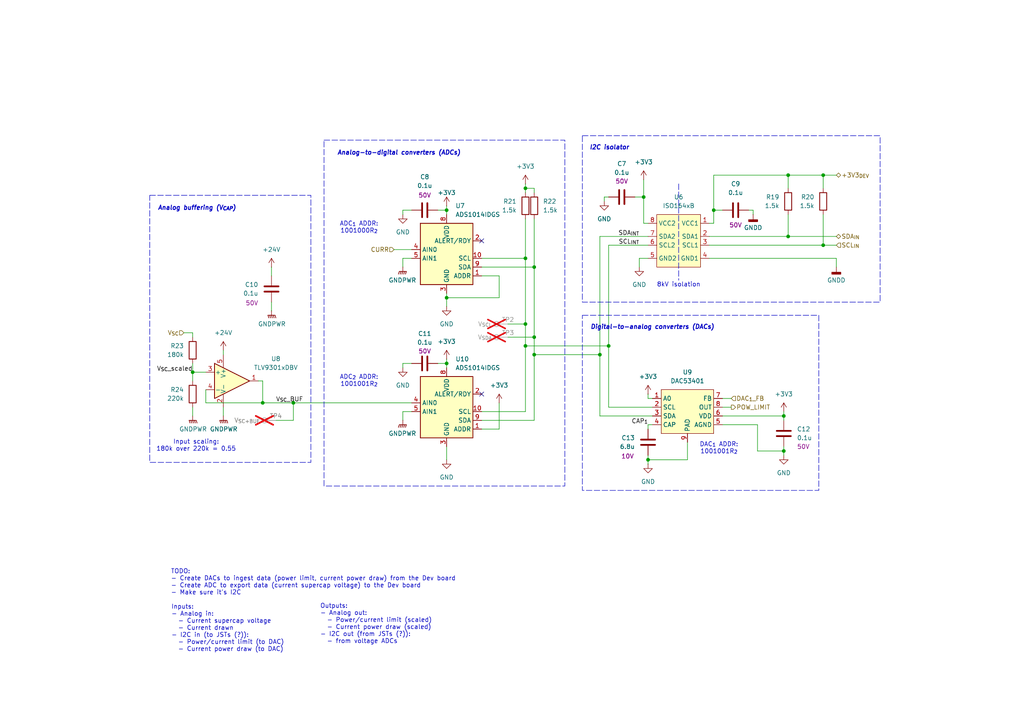
<source format=kicad_sch>
(kicad_sch (version 20250114) (generator "eeschema") (generator_version "9.0")
  (paper "A4")
  (title_block (title "Dev Board Interface") (date "2025-05-24") (rev "1") (company "UT Robomaster") (comment 1 "Robomaster"))
  (lib_symbols
    (symbol "! Robomaster ICs:DACx3401"
      (property "Reference" "U" (at 0 6.858 0))
      (property "Value" "DACx3401" (at 0 4.826 0))
      (symbol "DACx3401_1_1"
        (rectangle (start -7.62 0) (end 7.62 -12.7) (fill (type background)))
        (pin input line (at -10.16 -2.54 0) (length 2.54) (name "A0") (number "1"))
        (pin input line (at -10.16 -5.08 0) (length 2.54) (name "SCL") (number "2"))
        (pin bidirectional line (at -10.16 -7.62 0) (length 2.54) (name "SDA") (number "3"))
        (pin passive line (at -10.16 -10.16 0) (length 2.54) (name "CAP") (number "4"))
        (pin passive line (at 0 -15.24 90) (length 2.54) (name "PAD") (number "9"))
        (pin input line (at 10.16 -2.54 180) (length 2.54) (name "FB") (number "7"))
        (pin output line (at 10.16 -5.08 180) (length 2.54) (name "OUT") (number "8"))
        (pin power_in line (at 10.16 -7.62 180) (length 2.54) (name "VDD") (number "6"))
        (pin power_in line (at 10.16 -10.16 180) (length 2.54) (name "AGND") (number "5"))
      )
    )
    (symbol "! Robomaster ICs:ISO164xB"
      (property "Reference" "U" (at 0 7.366 0))
      (property "Value" "ISO164xB" (at 0 4.826 0))
      (symbol "ISO164xB_1_1"
        (rectangle (start -6.35 2.54) (end 6.35 -12.7) (fill (type background)))
        (pin power_in line (at -8.89 0 0) (length 2.54) (name "VCC1") (number "1"))
        (pin bidirectional line (at -8.89 -3.81 0) (length 2.54) (name "SDA1") (number "2"))
        (pin input line (at -8.89 -6.35 0) (length 2.54) (name "SCL1") (number "3"))
        (pin power_in line (at -8.89 -10.16 0) (length 2.54) (name "GND1") (number "4"))
        (pin power_in line (at 8.89 0 180) (length 2.54) (name "VCC2") (number "8"))
        (pin bidirectional line (at 8.89 -3.81 180) (length 2.54) (name "SDA2") (number "7"))
        (pin output line (at 8.89 -6.35 180) (length 2.54) (name "SCL2") (number "6"))
        (pin power_in line (at 8.89 -10.16 180) (length 2.54) (name "GND2") (number "5"))
      )
    )
    (symbol "Amplifier_Operational:TLV9301xDBV" (pin_names (offset 0.127))
      (property "Reference" "U" (at -1.27 6.35 0))
      (property "Value" "TLV9301xDBV" (at -1.27 3.81 0))
      (symbol "TLV9301xDBV_0_1"
        (polyline (pts (xy -5.08 5.08) (xy 5.08 0) (xy -5.08 -5.08) (xy -5.08 5.08)) (stroke (width 0.254)) (fill (type background)))
        (pin power_in line (at -2.54 7.62 270) (length 3.81) (name "V+") (number "5"))
        (pin power_in line (at -2.54 -7.62 90) (length 3.81) (name "V-") (number "2"))
      )
      (symbol "TLV9301xDBV_1_1"
        (pin input line (at -7.62 2.54 0) (length 2.54) (name "+") (number "3"))
        (pin input line (at -7.62 -2.54 0) (length 2.54) (name "-") (number "4"))
        (pin output line (at 7.62 0 180) (length 2.54) (name "~") (number "1"))
      )
    )
    (symbol "Analog_ADC:ADS1014IDGS"
      (property "Reference" "U" (at 2.54 13.97 0))
      (property "Value" "ADS1014IDGS" (at 7.62 11.43 0))
      (symbol "ADS1014IDGS_0_1"
        (rectangle (start -7.62 10.16) (end 7.62 -7.62) (stroke (width 0.254)) (fill (type background)))
      )
      (symbol "ADS1014IDGS_1_1"
        (pin input line (at -10.16 2.54 0) (length 2.54) (name "AIN0") (number "4"))
        (pin input line (at -10.16 0 0) (length 2.54) (name "AIN1") (number "5"))
        (pin no_connect line (at -7.62 7.62 0) (length 2.54) (hide yes) (name "~") (number "6"))
        (pin no_connect line (at -7.62 5.08 0) (length 2.54) (hide yes) (name "~") (number "7"))
        (pin power_in line (at 0 12.7 270) (length 2.54) (name "VDD") (number "8"))
        (pin power_in line (at 0 -10.16 90) (length 2.54) (name "GND") (number "3"))
        (pin output line (at 10.16 5.08 180) (length 2.54) (name "ALERT/RDY") (number "2"))
        (pin input line (at 10.16 0 180) (length 2.54) (name "SCL") (number "10"))
        (pin bidirectional line (at 10.16 -2.54 180) (length 2.54) (name "SDA") (number "9"))
        (pin input line (at 10.16 -5.08 180) (length 2.54) (name "ADDR") (number "1"))
      )
    )
    (symbol "Connector:TestPoint" (pin_numbers (hide yes)) (pin_names (offset 0.762) (hide yes))
      (property "Reference" "TP" (at 0 6.858 0))
      (property "Value" "TestPoint" (at 0 5.08 0))
      (symbol "TestPoint_0_1"
        (circle (center 0 3.302) (radius 0.762))
      )
      (symbol "TestPoint_1_1"
        (pin passive line (at 0 0 90) (length 2.54) (name "1") (number "1"))
      )
    )
    (symbol "Device:C" (pin_numbers (hide yes)) (pin_names (offset 0.254))
      (property "Reference" "C" (at 0.635 2.54 0))
      (property "Value" "C" (at 0.635 -2.54 0))
      (symbol "C_0_1"
        (polyline (pts (xy -2.032 0.762) (xy 2.032 0.762)) (stroke (width 0.508)))
        (polyline (pts (xy -2.032 -0.762) (xy 2.032 -0.762)) (stroke (width 0.508)))
      )
      (symbol "C_1_1"
        (pin passive line (at 0 3.81 270) (length 2.794) (name "~") (number "1"))
        (pin passive line (at 0 -3.81 90) (length 2.794) (name "~") (number "2"))
      )
    )
    (symbol "Device:R" (pin_numbers (hide yes)) (pin_names (offset 0))
      (property "Reference" "R" (at 2.032 0 90))
      (property "Value" "R" (at 0 0 90))
      (symbol "R_0_1"
        (rectangle (start -1.016 -2.54) (end 1.016 2.54) (stroke (width 0.254)))
      )
      (symbol "R_1_1"
        (pin passive line (at 0 3.81 270) (length 1.27) (name "~") (number "1"))
        (pin passive line (at 0 -3.81 90) (length 1.27) (name "~") (number "2"))
      )
    )
    (symbol "power:+24V" (power) (pin_numbers (hide yes)) (pin_names (offset 0) (hide yes))
      (property "Value" "+24V" (at 0 3.556 0))
      (symbol "+24V_0_1"
        (polyline (pts (xy -0.762 1.27) (xy 0 2.54)))
        (polyline (pts (xy 0 2.54) (xy 0.762 1.27)))
        (polyline (pts (xy 0 0) (xy 0 2.54)))
      )
      (symbol "+24V_1_1"
        (pin power_in line (at 0 0 90) (length 0) (name "~") (number "1"))
      )
    )
    (symbol "power:+3V3" (power) (pin_numbers (hide yes)) (pin_names (offset 0) (hide yes))
      (property "Value" "+3V3" (at 0 3.556 0))
      (symbol "+3V3_0_1"
        (polyline (pts (xy -0.762 1.27) (xy 0 2.54)))
        (polyline (pts (xy 0 2.54) (xy 0.762 1.27)))
        (polyline (pts (xy 0 0) (xy 0 2.54)))
      )
      (symbol "+3V3_1_1"
        (pin power_in line (at 0 0 90) (length 0) (name "~") (number "1"))
      )
    )
    (symbol "power:GND" (power) (pin_numbers (hide yes)) (pin_names (offset 0) (hide yes))
      (property "Value" "GND" (at 0 -3.81 0))
      (symbol "GND_0_1"
        (polyline (pts (xy 0 0) (xy 0 -1.27) (xy 1.27 -1.27) (xy 0 -2.54) (xy -1.27 -1.27) (xy 0 -1.27)))
      )
      (symbol "GND_1_1"
        (pin power_in line (at 0 0 270) (length 0) (name "~") (number "1"))
      )
    )
    (symbol "power:GNDD" (power) (pin_numbers (hide yes)) (pin_names (offset 0) (hide yes))
      (property "Value" "GNDD" (at 0 -3.175 0))
      (symbol "GNDD_0_1"
        (rectangle (start -1.27 -1.524) (end 1.27 -2.032) (stroke (width 0.254)) (fill (type outline)))
        (polyline (pts (xy 0 0) (xy 0 -1.524)))
      )
      (symbol "GNDD_1_1"
        (pin power_in line (at 0 0 270) (length 0) (name "~") (number "1"))
      )
    )
    (symbol "power:GNDPWR" (power) (pin_numbers (hide yes)) (pin_names (offset 0) (hide yes))
      (property "Value" "GNDPWR" (at 0 -3.302 0))
      (symbol "GNDPWR_0_1"
        (polyline (pts (xy -1.016 -1.27) (xy -1.27 -2.032) (xy -1.27 -2.032)) (stroke (width 0.2032)))
        (polyline (pts (xy -0.508 -1.27) (xy -0.762 -2.032) (xy -0.762 -2.032)) (stroke (width 0.2032)))
        (polyline (pts (xy 0 -1.27) (xy 0 0)))
        (polyline (pts (xy 0 -1.27) (xy -0.254 -2.032) (xy -0.254 -2.032)) (stroke (width 0.2032)))
        (polyline (pts (xy 0.508 -1.27) (xy 0.254 -2.032) (xy 0.254 -2.032)) (stroke (width 0.2032)))
        (polyline (pts (xy 1.016 -1.27) (xy -1.016 -1.27) (xy -1.016 -1.27)) (stroke (width 0.2032)))
        (polyline (pts (xy 1.016 -1.27) (xy 0.762 -2.032) (xy 0.762 -2.032) (xy 0.762 -2.032)) (stroke (width 0.2032)))
      )
      (symbol "GNDPWR_1_1"
        (pin power_in line (at 0 0 270) (length 0) (name "~") (number "1"))
      )
    )
  )
  (rectangle (start 93.98 40.64) (end 163.83 140.97) (stroke (width 0) (type dash)))
  (rectangle (start 255.27 39.37) (end 168.91 87.63) (stroke (width 0) (type dash)))
  (rectangle (start 43.434 56.642) (end 90.17 134.112) (stroke (width 0) (type dash)))
  (rectangle (start 168.91 91.44) (end 237.49 142.24) (stroke (width 0) (type dash)))
  (text "Input scaling:\n180k over 220k = 0.55" (at 56.896 129.286 0) (effects (font (size 1.27 1.27))))
  (text "I2C isolator" (at 170.942 42.164 0) (effects (font (size 1.27 1.27) (thickness 0.254) (bold yes) (italic yes)) (justify left top)))
  (text "TODO:\n- Create DACs to ingest data (power limit, current power draw) from the Dev board\n- Create ADC to export data (current supercap voltage) to the Dev board\n- Make sure it's I2C" (at 49.53 165.1 0) (effects (font (size 1.27 1.27)) (justify left top)))
  (text "Inputs:\n- Analog in:\n  - Current supercap voltage\n  - Current drawn\n- I2C in (to JSTs (?)):\n  - Power/current limit (to DAC)\n  - Current power draw (to DAC)" (at 49.657 175.387 0) (effects (font (size 1.27 1.27)) (justify left top)))
  (text "ADC_{2} ADDR:\n1001001R_{2}" (at 104.14 110.49 0) (effects (font (size 1.27 1.27))))
  (text "Outputs:\n- Analog out:\n  - Power/current limit (scaled)\n  - Current power draw (scaled)\n- I2C out (from JSTs (?)):\n  - from voltage ADCs" (at 92.837 175.133 0) (effects (font (size 1.27 1.27)) (justify left top)))
  (text "Digital-to-analog converters (DACs)" (at 171.196 94.234 0) (effects (font (size 1.27 1.27) (thickness 0.254) (bold yes) (italic yes)) (justify left top)))
  (text "DAC_{1} ADDR:\n1001001R_{2}" (at 208.534 128.27 0) (effects (font (size 1.27 1.27)) (justify top)))
  (text "Analog-to-digital converters (ADCs)" (at 97.79 43.688 0) (effects (font (size 1.27 1.27) (thickness 0.254) (bold yes) (italic yes)) (justify left top)))
  (text "8kV isolation" (at 196.85 81.915 0) (effects (font (size 1.27 1.27)) (justify top)))
  (text "Analog buffering (V_{CAP})" (at 45.72 59.69 0) (effects (font (size 1.27 1.27) (thickness 0.254) (bold yes) (italic yes)) (justify left top)))
  (text "ADC_{1} ADDR:\n1001000R_{2}" (at 104.14 66.04 0) (effects (font (size 1.27 1.27))))
  (junction (at 154.94 77.47))
  (junction (at 238.76 50.8))
  (junction (at 152.4 100.33))
  (junction (at 154.94 102.87))
  (junction (at 186.69 57.15))
  (junction (at 228.6 50.8))
  (junction (at 76.2 116.84))
  (junction (at 152.4 93.98))
  (junction (at 129.54 86.36))
  (junction (at 152.4 54.61))
  (junction (at 85.09 116.84))
  (junction (at 55.88 107.95))
  (junction (at 227.33 130.81))
  (junction (at 238.76 71.12))
  (junction (at 129.54 60.96))
  (junction (at 176.53 100.33))
  (junction (at 154.94 97.79))
  (junction (at 129.54 105.41))
  (junction (at 187.96 133.35))
  (junction (at 152.4 74.93))
  (junction (at 207.01 60.96))
  (junction (at 173.99 102.87))
  (junction (at 228.6 68.58))
  (junction (at 227.33 120.65))
  (no_connect (at 139.7 69.85))
  (no_connect (at 139.7 114.3))
  (wire (pts (xy 144.78 80.01) (xy 144.78 86.36)))
  (wire (pts (xy 129.54 105.41) (xy 129.54 106.68)))
  (polyline (pts (xy 196.85 53.34) (xy 196.85 81.28)) (stroke (width 0) (type dash)))
  (wire (pts (xy 207.01 64.77) (xy 205.74 64.77)))
  (wire (pts (xy 85.09 116.84) (xy 119.38 116.84)))
  (wire (pts (xy 199.39 133.35) (xy 187.96 133.35)))
  (wire (pts (xy 209.55 115.57) (xy 212.09 115.57)))
  (wire (pts (xy 209.55 123.19) (xy 219.71 123.19)))
  (wire (pts (xy 219.71 123.19) (xy 219.71 130.81)))
  (wire (pts (xy 173.99 102.87) (xy 154.94 102.87)))
  (wire (pts (xy 119.38 119.38) (xy 116.84 119.38)))
  (wire (pts (xy 187.96 114.3) (xy 187.96 115.57)))
  (wire (pts (xy 205.74 71.12) (xy 238.76 71.12)))
  (wire (pts (xy 187.96 115.57) (xy 189.23 115.57)))
  (wire (pts (xy 228.6 50.8) (xy 238.76 50.8)))
  (wire (pts (xy 139.7 80.01) (xy 144.78 80.01)))
  (wire (pts (xy 152.4 53.34) (xy 152.4 54.61)))
  (wire (pts (xy 227.33 130.81) (xy 227.33 132.08)))
  (wire (pts (xy 152.4 100.33) (xy 176.53 100.33)))
  (wire (pts (xy 228.6 50.8) (xy 228.6 54.61)))
  (wire (pts (xy 76.2 116.84) (xy 85.09 116.84)))
  (wire (pts (xy 147.32 97.79) (xy 154.94 97.79)))
  (wire (pts (xy 186.69 52.07) (xy 186.69 57.15)))
  (wire (pts (xy 119.38 105.41) (xy 116.84 105.41)))
  (wire (pts (xy 116.84 119.38) (xy 116.84 121.92)))
  (wire (pts (xy 186.69 64.77) (xy 187.96 64.77)))
  (wire (pts (xy 129.54 59.69) (xy 129.54 60.96)))
  (wire (pts (xy 173.99 120.65) (xy 189.23 120.65)))
  (wire (pts (xy 186.69 57.15) (xy 186.69 64.77)))
  (wire (pts (xy 185.42 74.93) (xy 185.42 77.47)))
  (wire (pts (xy 176.53 57.15) (xy 175.26 57.15)))
  (wire (pts (xy 187.96 133.35) (xy 187.96 134.62)))
  (wire (pts (xy 207.01 50.8) (xy 207.01 60.96)))
  (wire (pts (xy 53.34 96.52) (xy 55.88 96.52)))
  (wire (pts (xy 116.84 74.93) (xy 116.84 77.47)))
  (wire (pts (xy 207.01 60.96) (xy 209.55 60.96)))
  (wire (pts (xy 152.4 54.61) (xy 152.4 55.88)))
  (wire (pts (xy 187.96 124.46) (xy 187.96 123.19)))
  (wire (pts (xy 154.94 97.79) (xy 154.94 102.87)))
  (wire (pts (xy 152.4 100.33) (xy 152.4 119.38)))
  (wire (pts (xy 154.94 63.5) (xy 154.94 77.47)))
  (wire (pts (xy 242.57 77.47) (xy 242.57 74.93)))
  (wire (pts (xy 129.54 85.09) (xy 129.54 86.36)))
  (wire (pts (xy 187.96 71.12) (xy 176.53 71.12)))
  (wire (pts (xy 154.94 102.87) (xy 154.94 121.92)))
  (wire (pts (xy 59.69 113.03) (xy 59.69 116.84)))
  (wire (pts (xy 176.53 100.33) (xy 176.53 118.11)))
  (wire (pts (xy 55.88 118.11) (xy 55.88 120.65)))
  (wire (pts (xy 176.53 118.11) (xy 189.23 118.11)))
  (wire (pts (xy 218.44 60.96) (xy 218.44 62.23)))
  (wire (pts (xy 139.7 77.47) (xy 154.94 77.47)))
  (wire (pts (xy 152.4 119.38) (xy 139.7 119.38)))
  (wire (pts (xy 139.7 74.93) (xy 152.4 74.93)))
  (wire (pts (xy 152.4 63.5) (xy 152.4 74.93)))
  (wire (pts (xy 187.96 123.19) (xy 189.23 123.19)))
  (wire (pts (xy 227.33 120.65) (xy 227.33 121.92)))
  (wire (pts (xy 154.94 54.61) (xy 154.94 55.88)))
  (wire (pts (xy 129.54 105.41) (xy 127 105.41)))
  (wire (pts (xy 55.88 107.95) (xy 55.88 110.49)))
  (wire (pts (xy 154.94 121.92) (xy 139.7 121.92)))
  (wire (pts (xy 152.4 93.98) (xy 152.4 74.93)))
  (wire (pts (xy 186.69 57.15) (xy 184.15 57.15)))
  (wire (pts (xy 176.53 71.12) (xy 176.53 100.33)))
  (wire (pts (xy 207.01 60.96) (xy 207.01 64.77)))
  (wire (pts (xy 238.76 50.8) (xy 242.57 50.8)))
  (wire (pts (xy 116.84 60.96) (xy 116.84 62.23)))
  (wire (pts (xy 76.2 116.84) (xy 76.2 110.49)))
  (wire (pts (xy 227.33 119.38) (xy 227.33 120.65)))
  (wire (pts (xy 55.88 107.95) (xy 59.69 107.95)))
  (wire (pts (xy 55.88 105.41) (xy 55.88 107.95)))
  (wire (pts (xy 242.57 74.93) (xy 205.74 74.93)))
  (wire (pts (xy 55.88 96.52) (xy 55.88 97.79)))
  (wire (pts (xy 129.54 86.36) (xy 129.54 88.9)))
  (wire (pts (xy 228.6 68.58) (xy 242.57 68.58)))
  (wire (pts (xy 187.96 132.08) (xy 187.96 133.35)))
  (wire (pts (xy 228.6 62.23) (xy 228.6 68.58)))
  (wire (pts (xy 85.09 121.92) (xy 85.09 116.84)))
  (wire (pts (xy 207.01 50.8) (xy 228.6 50.8)))
  (wire (pts (xy 119.38 60.96) (xy 116.84 60.96)))
  (wire (pts (xy 59.69 116.84) (xy 76.2 116.84)))
  (wire (pts (xy 144.78 116.84) (xy 144.78 124.46)))
  (wire (pts (xy 76.2 110.49) (xy 74.93 110.49)))
  (wire (pts (xy 238.76 50.8) (xy 238.76 54.61)))
  (wire (pts (xy 154.94 77.47) (xy 154.94 97.79)))
  (wire (pts (xy 238.76 62.23) (xy 238.76 71.12)))
  (wire (pts (xy 64.77 101.6) (xy 64.77 102.87)))
  (wire (pts (xy 173.99 68.58) (xy 173.99 102.87)))
  (wire (pts (xy 64.77 118.11) (xy 64.77 120.65)))
  (wire (pts (xy 129.54 104.14) (xy 129.54 105.41)))
  (wire (pts (xy 205.74 68.58) (xy 228.6 68.58)))
  (wire (pts (xy 144.78 86.36) (xy 129.54 86.36)))
  (wire (pts (xy 187.96 74.93) (xy 185.42 74.93)))
  (wire (pts (xy 152.4 54.61) (xy 154.94 54.61)))
  (wire (pts (xy 80.01 121.92) (xy 85.09 121.92)))
  (wire (pts (xy 227.33 129.54) (xy 227.33 130.81)))
  (wire (pts (xy 173.99 102.87) (xy 173.99 120.65)))
  (wire (pts (xy 114.3 72.39) (xy 119.38 72.39)))
  (wire (pts (xy 152.4 100.33) (xy 152.4 93.98)))
  (wire (pts (xy 119.38 74.93) (xy 116.84 74.93)))
  (wire (pts (xy 209.55 120.65) (xy 227.33 120.65)))
  (wire (pts (xy 217.17 60.96) (xy 218.44 60.96)))
  (wire (pts (xy 78.74 77.47) (xy 78.74 80.01)))
  (wire (pts (xy 78.74 87.63) (xy 78.74 90.17)))
  (wire (pts (xy 173.99 68.58) (xy 187.96 68.58)))
  (wire (pts (xy 139.7 124.46) (xy 144.78 124.46)))
  (wire (pts (xy 129.54 60.96) (xy 127 60.96)))
  (wire (pts (xy 147.32 93.98) (xy 152.4 93.98)))
  (wire (pts (xy 129.54 60.96) (xy 129.54 62.23)))
  (wire (pts (xy 219.71 130.81) (xy 227.33 130.81)))
  (wire (pts (xy 129.54 129.54) (xy 129.54 133.35)))
  (wire (pts (xy 199.39 128.27) (xy 199.39 133.35)))
  (wire (pts (xy 116.84 105.41) (xy 116.84 106.68)))
  (wire (pts (xy 209.55 118.11) (xy 212.09 118.11)))
  (wire (pts (xy 175.26 57.15) (xy 175.26 58.42)))
  (wire (pts (xy 238.76 71.12) (xy 242.57 71.12)))
  (label "CAP_{1}" (at 187.96 123.19 180))
  (label "V_{SC}_scaled" (at 55.88 107.95 180))
  (label "V_{SC}_BUF" (at 80.01 116.84 0))
  (label "SCL_{INT}" (at 185.42 71.12 180))
  (label "SDA_{INT}" (at 185.42 68.58 180))
  (hierarchical_label "POW_LIMIT" (shape output) (at 212.09 118.11 0))
  (hierarchical_label "V_{SC}" (shape input) (at 53.34 96.52 180))
  (hierarchical_label "+3V3_{DEV}" (shape bidirectional) (at 242.57 50.8 0))
  (hierarchical_label "CURR" (shape input) (at 114.3 72.39 180))
  (hierarchical_label "SDA_{IN}" (shape bidirectional) (at 242.57 68.58 0))
  (hierarchical_label "DAC_{1}_FB" (shape input) (at 212.09 115.57 0))
  (hierarchical_label "SCL_{IN}" (shape input) (at 242.57 71.12 0))
  (symbol (lib_id "Analog_ADC:ADS1014IDGS") (at 129.54 119.38 0) (unit 1)
    (property "Reference" "U10" (at 132.08 104.14 0) (effects (justify left)))
    (property "Value" "ADS1014IDGS" (at 132.08 106.68 0) (effects (justify left)))
    (property "Footprint" "Package_SO:TSSOP-10_3x3mm_P0.5mm" (effects (hide yes)))
    (property "Datasheet" "http://www.ti.com/lit/ds/symlink/ads1015.pdf" (effects (hide yes)))
    (property "Description" "Ultra-Small, Low-Power, I2C-Compatible, 3.3-kSPS, 12-Bit ADCs With Internal Reference, Oscillator, and Programmable Comparator, VSSOP-10" (effects (hide yes)))
    (property "Mouser Part Number" "595-ADS1014IDGSR" (effects (hide yes)))
  )
  (symbol (lib_id "power:GND") (at 185.42 77.47 0) (unit 1)
    (property "Reference" "#PWR064" (effects (hide yes)))
    (property "Value" "GND" (at 185.42 82.55 0))
    (property "Description" "Power symbol creates a global label with name \"GND\" , ground" (effects (hide yes)))
  )
  (symbol (lib_id "power:GND") (at 129.54 133.35 0) (unit 1)
    (property "Reference" "#PWR078" (effects (hide yes)))
    (property "Value" "GND" (at 129.54 138.43 0))
    (property "Description" "Power symbol creates a global label with name \"GND\" , ground" (effects (hide yes)))
  )
  (symbol (lib_id "power:GND") (at 129.54 88.9 0) (unit 1)
    (property "Reference" "#PWR066" (effects (hide yes)))
    (property "Value" "GND" (at 129.54 93.98 0))
    (property "Description" "Power symbol creates a global label with name \"GND\" , ground" (effects (hide yes)))
  )
  (symbol (lib_id "Connector:TestPoint") (at 147.32 93.98 90) (unit 1) (dnp yes)
    (property "Reference" "TP2" (at 147.32 92.71 90))
    (property "Value" "V_{SCL}" (at 142.748 93.98 90) (effects (justify left)))
    (property "Footprint" "TestPoint:TestPoint_Bridge_Pitch2.0mm_Drill0.7mm" (effects (hide yes)))
    (property "Description" "test point" (effects (hide yes)))
  )
  (symbol (lib_id "Device:C") (at 213.36 60.96 270) (mirror x) (unit 1)
    (property "Reference" "C9" (at 213.36 53.34 90))
    (property "Value" "0.1u" (at 213.36 55.88 90))
    (property "Footprint" "Capacitor_SMD:C_0603_1608Metric_Pad1.08x0.95mm_HandSolder" (effects (hide yes)))
    (property "Datasheet" "https://www.mouser.com/datasheet/2/40/KGM_X7R-3223212.pdf" (effects (hide yes)))
    (property "Description" "Unpolarized capacitor" (effects (hide yes)))
    (property "Mouser Part Number" "581-KGM15BR71H104JT" (effects (hide yes)))
    (property "Voltage Rating" "50V" (at 213.36 65.278 90))
  )
  (symbol (lib_id "power:GNDD") (at 218.44 62.23 0) (unit 1)
    (property "Reference" "#PWR061" (effects (hide yes)))
    (property "Value" "GNDD" (at 218.44 66.04 0))
    (property "Description" "Power symbol creates a global label with name \"GNDD\" , digital ground" (effects (hide yes)))
  )
  (symbol (lib_id "power:+3V3") (at 152.4 53.34 0) (unit 1)
    (property "Reference" "#PWR057" (effects (hide yes)))
    (property "Value" "+3V3" (at 152.4 48.26 0))
    (property "Description" "Power symbol creates a global label with name \"+3V3\"" (effects (hide yes)))
  )
  (symbol (lib_id "Device:R") (at 152.4 59.69 0) (mirror y) (unit 1)
    (property "Reference" "R21" (at 149.86 58.4199 0) (effects (justify left)))
    (property "Value" "1.5k" (at 149.86 60.9599 0) (effects (justify left)))
    (property "Footprint" "Resistor_SMD:R_0603_1608Metric_Pad0.98x0.95mm_HandSolder" (effects (hide yes)))
    (property "Description" "Resistor" (effects (hide yes)))
    (property "Mouser Part Number" "603-RC0603FR-7W1K5L" (effects (hide yes)))
  )
  (symbol (lib_id "power:GND") (at 116.84 62.23 0) (unit 1)
    (property "Reference" "#PWR060" (effects (hide yes)))
    (property "Value" "GND" (at 116.84 67.31 0))
    (property "Description" "Power symbol creates a global label with name \"GND\" , ground" (effects (hide yes)))
  )
  (symbol (lib_id "power:+3V3") (at 129.54 59.69 0) (unit 1)
    (property "Reference" "#PWR059" (effects (hide yes)))
    (property "Value" "+3V3" (at 129.54 55.88 0))
    (property "Description" "Power symbol creates a global label with name \"+3V3\"" (effects (hide yes)))
  )
  (symbol (lib_id "! Robomaster ICs:DACx3401") (at 199.39 113.03 0) (unit 1)
    (property "Reference" "U9" (at 199.39 107.95 0))
    (property "Value" "DAC53401" (at 199.39 110.49 0))
    (property "Footprint" "Package_SON:WSON-8-1EP_2x2mm_P0.5mm_EP0.9x1.6mm" (effects (hide yes)))
    (property "Datasheet" "https://www.ti.com/lit/gpn/dac43401" (effects (hide yes)))
    (property "Description" "8-bit 1-channel voltage-output smart DAC with Hi-Z, EEPROM, waveform generator and comparator" (effects (hide yes)))
    (property "Mouser Part Number" "595-DAC53401DSGR" (effects (hide yes)))
  )
  (symbol (lib_id "Device:C") (at 187.96 128.27 0) (mirror y) (unit 1)
    (property "Reference" "C13" (at 184.15 126.9999 0) (effects (justify left)))
    (property "Value" "6.8u" (at 184.15 129.5399 0) (effects (justify left)))
    (property "Footprint" "Capacitor_SMD:C_0603_1608Metric_Pad1.08x0.95mm_HandSolder" (effects (hide yes)))
    (property "Description" "Unpolarized capacitor" (effects (hide yes)))
    (property "Mouser Part Number" "810-C2012X5R1A685K0C" (effects (hide yes)))
    (property "Voltage Rating" "10V" (at 183.896 132.334 0) (effects (justify left)))
  )
  (symbol (lib_id "Device:C") (at 78.74 83.82 0) (mirror x) (unit 1)
    (property "Reference" "C10" (at 74.93 82.5499 0) (effects (justify right)))
    (property "Value" "0.1u" (at 74.93 85.0899 0) (effects (justify right)))
    (property "Footprint" "Capacitor_SMD:C_0603_1608Metric_Pad1.08x0.95mm_HandSolder" (effects (hide yes)))
    (property "Datasheet" "https://www.mouser.com/datasheet/2/40/KGM_X7R-3223212.pdf" (effects (hide yes)))
    (property "Description" "Unpolarized capacitor" (effects (hide yes)))
    (property "Mouser Part Number" "581-KGM15BR71H104JT" (effects (hide yes)))
    (property "Voltage Rating" "50V" (at 74.93 87.884 0) (effects (justify right)))
  )
  (symbol (lib_id "Device:C") (at 180.34 57.15 270) (mirror x) (unit 1)
    (property "Reference" "C7" (at 180.34 47.498 90))
    (property "Value" "0.1u" (at 180.34 50.038 90))
    (property "Footprint" "Capacitor_SMD:C_0603_1608Metric_Pad1.08x0.95mm_HandSolder" (effects (hide yes)))
    (property "Datasheet" "https://www.mouser.com/datasheet/2/40/KGM_X7R-3223212.pdf" (effects (hide yes)))
    (property "Description" "Unpolarized capacitor" (effects (hide yes)))
    (property "Mouser Part Number" "581-KGM15BR71H104JT" (effects (hide yes)))
    (property "Voltage Rating" "50V" (at 180.34 52.578 90))
  )
  (symbol (lib_id "power:+3V3") (at 129.54 104.14 0) (unit 1)
    (property "Reference" "#PWR069" (effects (hide yes)))
    (property "Value" "+3V3" (at 129.54 99.06 0))
    (property "Description" "Power symbol creates a global label with name \"+3V3\"" (effects (hide yes)))
  )
  (symbol (lib_id "Analog_ADC:ADS1014IDGS") (at 129.54 74.93 0) (unit 1)
    (property "Reference" "U7" (at 132.08 59.69 0) (effects (justify left)))
    (property "Value" "ADS1014IDGS" (at 132.08 62.23 0) (effects (justify left)))
    (property "Footprint" "Package_SO:TSSOP-10_3x3mm_P0.5mm" (effects (hide yes)))
    (property "Datasheet" "http://www.ti.com/lit/ds/symlink/ads1015.pdf" (effects (hide yes)))
    (property "Description" "Ultra-Small, Low-Power, I2C-Compatible, 3.3-kSPS, 12-Bit ADCs With Internal Reference, Oscillator, and Programmable Comparator, VSSOP-10" (effects (hide yes)))
    (property "Mouser Part Number" "595-ADS1014IDGSR" (effects (hide yes)))
  )
  (symbol (lib_id "power:+24V") (at 64.77 101.6 0) (unit 1)
    (property "Reference" "#PWR068" (effects (hide yes)))
    (property "Value" "+24V" (at 64.77 96.52 0))
    (property "Description" "Power symbol creates a global label with name \"+24V\"" (effects (hide yes)))
  )
  (symbol (lib_id "power:GNDPWR") (at 55.88 120.65 0) (mirror y) (unit 1)
    (property "Reference" "#PWR080" (effects (hide yes)))
    (property "Value" "GNDPWR" (at 56.007 124.46 0))
    (property "Description" "Power symbol creates a global label with name \"GNDPWR\" , global ground" (effects (hide yes)))
  )
  (symbol (lib_id "Device:R") (at 154.94 59.69 0) (unit 1)
    (property "Reference" "R22" (at 157.48 58.4199 0) (effects (justify left)))
    (property "Value" "1.5k" (at 157.48 60.9599 0) (effects (justify left)))
    (property "Footprint" "Resistor_SMD:R_0603_1608Metric_Pad0.98x0.95mm_HandSolder" (effects (hide yes)))
    (property "Description" "Resistor" (effects (hide yes)))
    (property "Mouser Part Number" "603-RC0603FR-7W1K5L" (effects (hide yes)))
  )
  (symbol (lib_id "power:GNDPWR") (at 78.74 90.17 0) (mirror y) (unit 1)
    (property "Reference" "#PWR067" (effects (hide yes)))
    (property "Value" "GNDPWR" (at 78.867 93.98 0))
    (property "Description" "Power symbol creates a global label with name \"GNDPWR\" , global ground" (effects (hide yes)))
  )
  (symbol (lib_id "power:+3V3") (at 144.78 116.84 0) (unit 1)
    (property "Reference" "#PWR072" (effects (hide yes)))
    (property "Value" "+3V3" (at 144.78 111.76 0))
    (property "Description" "Power symbol creates a global label with name \"+3V3\"" (effects (hide yes)))
  )
  (symbol (lib_id "power:+24V") (at 78.74 77.47 0) (unit 1)
    (property "Reference" "#PWR062" (effects (hide yes)))
    (property "Value" "+24V" (at 78.74 72.39 0))
    (property "Description" "Power symbol creates a global label with name \"+24V\"" (effects (hide yes)))
  )
  (symbol (lib_id "Connector:TestPoint") (at 147.32 97.79 90) (unit 1) (dnp yes)
    (property "Reference" "TP3" (at 147.32 96.52 90))
    (property "Value" "V_{SDA}" (at 142.748 97.79 90) (effects (justify left)))
    (property "Footprint" "TestPoint:TestPoint_Bridge_Pitch2.0mm_Drill0.7mm" (effects (hide yes)))
    (property "Description" "test point" (effects (hide yes)))
  )
  (symbol (lib_id "power:+3V3") (at 227.33 119.38 0) (mirror y) (unit 1)
    (property "Reference" "#PWR074" (effects (hide yes)))
    (property "Value" "+3V3" (at 227.33 114.3 0))
    (property "Description" "Power symbol creates a global label with name \"+3V3\"" (effects (hide yes)))
  )
  (symbol (lib_id "power:+3V3") (at 187.96 114.3 0) (mirror y) (unit 1)
    (property "Reference" "#PWR071" (effects (hide yes)))
    (property "Value" "+3V3" (at 187.96 109.22 0))
    (property "Description" "Power symbol creates a global label with name \"+3V3\"" (effects (hide yes)))
  )
  (symbol (lib_id "power:GND") (at 187.96 134.62 0) (mirror y) (unit 1)
    (property "Reference" "#PWR079" (effects (hide yes)))
    (property "Value" "GND" (at 187.96 139.7 0))
    (property "Description" "Power symbol creates a global label with name \"GND\" , ground" (effects (hide yes)))
  )
  (symbol (lib_id "Amplifier_Operational:TLV9301xDBV") (at 67.31 110.49 0) (unit 1)
    (property "Reference" "U8" (at 80.01 104.0698 0))
    (property "Value" "TLV9301xDBV" (at 80.01 106.6098 0))
    (property "Footprint" "Package_TO_SOT_SMD:SOT-23-5_HandSoldering" (effects (hide yes)))
    (property "Datasheet" "https://www.ti.com/lit/ds/symlink/tlv9301.pdf" (effects (hide yes)))
    (property "Description" "40-V, 1-MHz, RRO Operational Amplifiers for Cost-Sensitive Systems, SOT-23-5" (effects (hide yes)))
    (property "Mouser Part Number" "595-TLV9301IDBVR" (effects (hide yes)))
  )
  (symbol (lib_id "Device:C") (at 123.19 105.41 90) (mirror x) (unit 1)
    (property "Reference" "C11" (at 123.19 96.774 90))
    (property "Value" "0.1u" (at 123.19 99.314 90))
    (property "Footprint" "Capacitor_SMD:C_0603_1608Metric_Pad1.08x0.95mm_HandSolder" (effects (hide yes)))
    (property "Datasheet" "https://www.mouser.com/datasheet/2/40/KGM_X7R-3223212.pdf" (effects (hide yes)))
    (property "Description" "Unpolarized capacitor" (effects (hide yes)))
    (property "Mouser Part Number" "581-KGM15BR71H104JT" (effects (hide yes)))
    (property "Voltage Rating" "50V" (at 123.19 101.854 90))
  )
  (symbol (lib_id "power:GND") (at 175.26 58.42 0) (unit 1)
    (property "Reference" "#PWR058" (effects (hide yes)))
    (property "Value" "GND" (at 175.26 63.5 0))
    (property "Description" "Power symbol creates a global label with name \"GND\" , ground" (effects (hide yes)))
  )
  (symbol (lib_id "Device:R") (at 228.6 58.42 0) (mirror y) (unit 1)
    (property "Reference" "R19" (at 226.06 57.1499 0) (effects (justify left)))
    (property "Value" "1.5k" (at 226.06 59.6899 0) (effects (justify left)))
    (property "Footprint" "Resistor_SMD:R_0603_1608Metric_Pad0.98x0.95mm_HandSolder" (effects (hide yes)))
    (property "Description" "Resistor" (effects (hide yes)))
    (property "Mouser Part Number" "603-RC0603FR-7W1K5L" (effects (hide yes)))
  )
  (symbol (lib_id "Device:R") (at 55.88 114.3 0) (unit 1)
    (property "Reference" "R24" (at 53.34 113.0299 0) (effects (justify right)))
    (property "Value" "220k" (at 53.34 115.5699 0) (effects (justify right)))
    (property "Footprint" "Resistor_SMD:R_0603_1608Metric_Pad0.98x0.95mm_HandSolder" (effects (hide yes)))
    (property "Description" "Resistor" (effects (hide yes)))
    (property "Mouser Part Number" "660-RK73H1JTTD2203F" (effects (hide yes)))
  )
  (symbol (lib_id "Device:R") (at 55.88 101.6 0) (unit 1)
    (property "Reference" "R23" (at 53.34 100.3299 0) (effects (justify right)))
    (property "Value" "180k" (at 53.34 102.8699 0) (effects (justify right)))
    (property "Footprint" "Resistor_SMD:R_0603_1608Metric_Pad0.98x0.95mm_HandSolder" (effects (hide yes)))
    (property "Description" "Resistor" (effects (hide yes)))
    (property "Mouser Part Number" "603-RT0603DRE07180KL" (effects (hide yes)))
  )
  (symbol (lib_id "power:+3V3") (at 186.69 52.07 0) (unit 1)
    (property "Reference" "#PWR056" (effects (hide yes)))
    (property "Value" "+3V3" (at 186.69 46.99 0))
    (property "Description" "Power symbol creates a global label with name \"+3V3\"" (effects (hide yes)))
  )
  (symbol (lib_id "! Robomaster ICs:ISO164xB") (at 196.85 64.77 0) (mirror y) (unit 1)
    (property "Reference" "U6" (at 196.85 57.15 0))
    (property "Value" "ISO164xB" (at 196.85 59.69 0))
    (property "Footprint" "Package_SO:SOIC-8_3.9x4.9mm_P1.27mm" (effects (hide yes)))
    (property "Datasheet" "https://www.ti.com/lit/gpn/iso1640" (effects (hide yes)))
    (property "Description" "Hot-swappable, robust-EMC bidirectional I2C isolator with bidirectional clock" (effects (hide yes)))
    (property "Mouser Part Number" "595-ISO1641BDR" (effects (hide yes)))
  )
  (symbol (lib_id "power:GND") (at 116.84 106.68 0) (unit 1)
    (property "Reference" "#PWR070" (effects (hide yes)))
    (property "Value" "GND" (at 116.84 111.76 0))
    (property "Description" "Power symbol creates a global label with name \"GND\" , ground" (effects (hide yes)))
  )
  (symbol (lib_id "Connector:TestPoint") (at 80.01 121.92 90) (unit 1) (dnp yes)
    (property "Reference" "TP4" (at 80.01 120.65 90))
    (property "Value" "V_{SC+BUF}" (at 75.438 121.92 90) (effects (justify left)))
    (property "Footprint" "TestPoint:TestPoint_Bridge_Pitch2.0mm_Drill0.7mm" (effects (hide yes)))
    (property "Description" "test point" (effects (hide yes)))
  )
  (symbol (lib_id "power:GND") (at 227.33 132.08 0) (mirror y) (unit 1)
    (property "Reference" "#PWR077" (effects (hide yes)))
    (property "Value" "GND" (at 227.33 137.16 0))
    (property "Description" "Power symbol creates a global label with name \"GND\" , ground" (effects (hide yes)))
  )
  (symbol (lib_id "power:GNDD") (at 242.57 77.47 0) (unit 1)
    (property "Reference" "#PWR065" (effects (hide yes)))
    (property "Value" "GNDD" (at 242.57 81.28 0))
    (property "Description" "Power symbol creates a global label with name \"GNDD\" , digital ground" (effects (hide yes)))
  )
  (symbol (lib_id "power:GNDPWR") (at 116.84 77.47 0) (unit 1)
    (property "Reference" "#PWR063" (effects (hide yes)))
    (property "Value" "GNDPWR" (at 116.713 81.28 0))
    (property "Description" "Power symbol creates a global label with name \"GNDPWR\" , global ground" (effects (hide yes)))
  )
  (symbol (lib_id "Device:C") (at 227.33 125.73 180) (unit 1)
    (property "Reference" "C12" (at 231.14 124.4599 0) (effects (justify right)))
    (property "Value" "0.1u" (at 231.14 126.9999 0) (effects (justify right)))
    (property "Footprint" "Capacitor_SMD:C_0603_1608Metric_Pad1.08x0.95mm_HandSolder" (effects (hide yes)))
    (property "Datasheet" "https://www.mouser.com/datasheet/2/40/KGM_X7R-3223212.pdf" (effects (hide yes)))
    (property "Description" "Unpolarized capacitor" (effects (hide yes)))
    (property "Mouser Part Number" "581-KGM15BR71H104JT" (effects (hide yes)))
    (property "Voltage Rating" "50V" (at 231.14 129.54 0) (effects (justify right)))
  )
  (symbol (lib_id "Device:C") (at 123.19 60.96 90) (mirror x) (unit 1)
    (property "Reference" "C8" (at 123.19 51.308 90))
    (property "Value" "0.1u" (at 123.19 53.848 90))
    (property "Footprint" "Capacitor_SMD:C_0603_1608Metric_Pad1.08x0.95mm_HandSolder" (effects (hide yes)))
    (property "Datasheet" "https://www.mouser.com/datasheet/2/40/KGM_X7R-3223212.pdf" (effects (hide yes)))
    (property "Description" "Unpolarized capacitor" (effects (hide yes)))
    (property "Mouser Part Number" "581-KGM15BR71H104JT" (effects (hide yes)))
    (property "Voltage Rating" "50V" (at 123.19 56.642 90))
  )
  (symbol (lib_id "Device:R") (at 238.76 58.42 0) (mirror y) (unit 1)
    (property "Reference" "R20" (at 236.22 57.1499 0) (effects (justify left)))
    (property "Value" "1.5k" (at 236.22 59.6899 0) (effects (justify left)))
    (property "Footprint" "Resistor_SMD:R_0603_1608Metric_Pad0.98x0.95mm_HandSolder" (effects (hide yes)))
    (property "Description" "Resistor" (effects (hide yes)))
    (property "Mouser Part Number" "603-RC0603FR-7W1K5L" (effects (hide yes)))
  )
  (symbol (lib_id "power:GNDPWR") (at 64.77 120.65 0) (mirror y) (unit 1)
    (property "Reference" "#PWR075" (effects (hide yes)))
    (property "Value" "GNDPWR" (at 64.897 124.46 0))
    (property "Description" "Power symbol creates a global label with name \"GNDPWR\" , global ground" (effects (hide yes)))
  )
  (symbol (lib_id "power:GNDPWR") (at 116.84 121.92 0) (unit 1)
    (property "Reference" "#PWR076" (effects (hide yes)))
    (property "Value" "GNDPWR" (at 116.713 125.73 0))
    (property "Description" "Power symbol creates a global label with name \"GNDPWR\" , global ground" (effects (hide yes)))
  )
)
</source>
